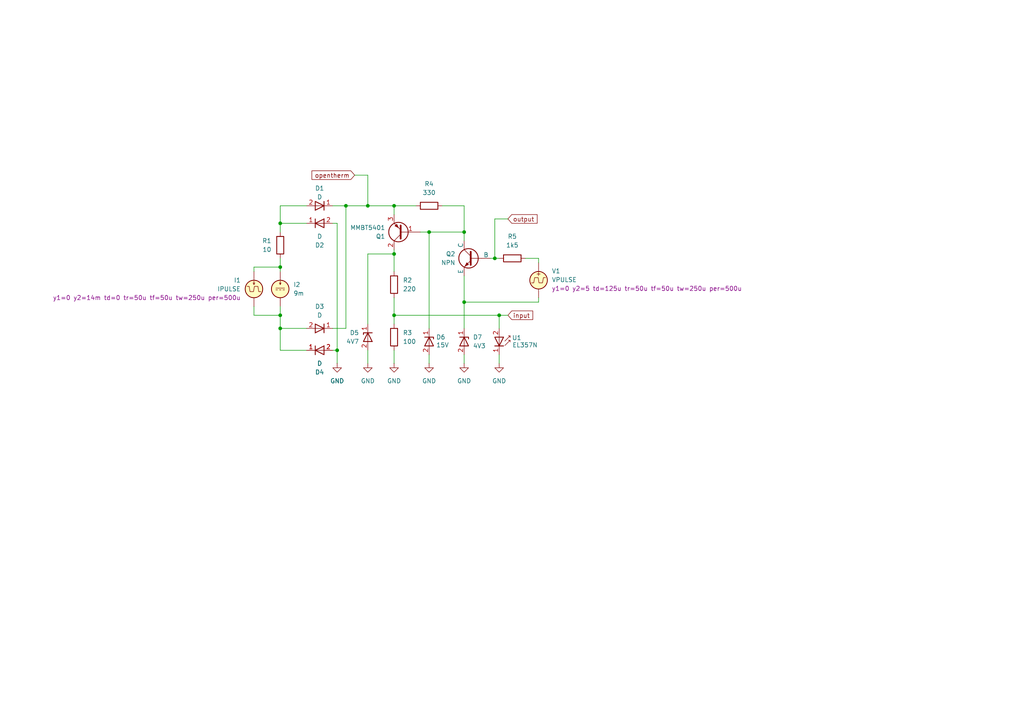
<source format=kicad_sch>
(kicad_sch (version 20231120) (generator "eeschema") (generator_version "8.0")
  (paper "A4")
  (lib_symbols
    (symbol "D_Zener_1" (pin_names (offset 1.016) hide)
      (property "Reference" "D" (at 0 2.54 0))
      (property "Value" "D_Zener" (at 0 -2.54 0))
      (symbol "D_Zener_1_0_1"
        (polyline (pts (xy 1.27 0) (xy -1.27 0)))
        (polyline (pts (xy -1.27 -1.27) (xy -1.27 1.27) (xy -0.762 1.27)) (stroke (width 0.254)))
        (polyline (pts (xy 1.27 -1.27) (xy 1.27 1.27) (xy -1.27 0) (xy 1.27 -1.27)) (stroke (width 0.254)))
      )
      (symbol "D_Zener_1_1_1"
        (pin passive line (at -3.81 0 0) (length 2.54) (name "K") (number "1"))
        (pin passive line (at 3.81 0 180) (length 2.54) (name "A") (number "2"))
      )
    )
    (symbol "Device:D_Zener" (pin_names (offset 1.016) hide)
      (property "Reference" "D" (at 0 2.54 0))
      (property "Value" "D_Zener" (at 0 -2.54 0))
      (symbol "D_Zener_0_1"
        (polyline (pts (xy 1.27 0) (xy -1.27 0)))
        (polyline (pts (xy -1.27 -1.27) (xy -1.27 1.27) (xy -0.762 1.27)) (stroke (width 0.254)))
        (polyline (pts (xy 1.27 -1.27) (xy 1.27 1.27) (xy -1.27 0) (xy 1.27 -1.27)) (stroke (width 0.254)))
      )
      (symbol "D_Zener_1_1"
        (pin passive line (at -3.81 0 0) (length 2.54) (name "K") (number "1"))
        (pin passive line (at 3.81 0 180) (length 2.54) (name "A") (number "2"))
      )
    )
    (symbol "Device:Q_PNP_BCE" (pin_names (offset 0) hide)
      (property "Reference" "Q" (at 5.08 1.27 0))
      (property "Value" "Q_PNP_BCE" (at 5.08 -1.27 0))
      (symbol "Q_PNP_BCE_0_1"
        (polyline (pts (xy 0.635 0.635) (xy 2.54 2.54)))
        (polyline (pts (xy 0.635 -0.635) (xy 2.54 -2.54) (xy 2.54 -2.54)))
        (polyline (pts (xy 0.635 1.905) (xy 0.635 -1.905) (xy 0.635 -1.905)) (stroke (width 0.508)))
        (polyline (pts (xy 2.286 -1.778) (xy 1.778 -2.286) (xy 1.27 -1.27) (xy 2.286 -1.778) (xy 2.286 -1.778)) (fill (type outline)))
        (circle (center 1.27 0) (radius 2.8194) (stroke (width 0.254)))
      )
      (symbol "Q_PNP_BCE_1_1"
        (pin input line (at -5.08 0 0) (length 5.715) (name "B") (number "1"))
        (pin passive line (at 2.54 5.08 270) (length 2.54) (name "C") (number "2"))
        (pin passive line (at 2.54 -5.08 90) (length 2.54) (name "E") (number "3"))
      )
    )
    (symbol "Device:R" (pin_numbers hide) (pin_names (offset 0))
      (property "Reference" "R" (at 2.032 0 90))
      (property "Value" "R" (at 0 0 90))
      (symbol "R_0_1"
        (rectangle (start -1.016 -2.54) (end 1.016 2.54) (stroke (width 0.254)))
      )
      (symbol "R_1_1"
        (pin passive line (at 0 3.81 270) (length 1.27) (name "~") (number "1"))
        (pin passive line (at 0 -3.81 90) (length 1.27) (name "~") (number "2"))
      )
    )
    (symbol "LED:SFH480" (pin_names (offset 1.016) hide)
      (property "Reference" "D" (at 0.508 1.778 0))
      (property "Value" "SFH480" (at -1.016 -2.794 0))
      (symbol "SFH480_0_1"
        (polyline (pts (xy -2.54 1.27) (xy -2.54 -1.27)) (stroke (width 0.254)))
        (polyline (pts (xy 0 0) (xy -2.54 0)))
        (polyline (pts (xy 0.381 3.175) (xy -0.127 3.175)))
        (polyline (pts (xy -1.143 1.651) (xy 0.381 3.175) (xy 0.381 2.667)))
        (polyline (pts (xy 0 1.27) (xy 0 -1.27) (xy -2.54 0) (xy 0 1.27)) (stroke (width 0.254)))
        (polyline (pts (xy -2.413 1.651) (xy -0.889 3.175) (xy -0.889 2.667) (xy -0.889 3.175) (xy -1.397 3.175)))
      )
      (symbol "SFH480_1_1"
        (pin passive line (at -5.08 0 0) (length 2.54) (name "K") (number "1"))
        (pin passive line (at 2.54 0 180) (length 2.54) (name "A") (number "2"))
      )
    )
    (symbol "Simulation_SPICE:D" (pin_names (offset 1.016) hide)
      (property "Reference" "D" (at 0 2.54 0))
      (property "Value" "D" (at 0 -2.54 0))
      (symbol "D_0_1"
        (polyline (pts (xy -1.27 1.27) (xy -1.27 -1.27)) (stroke (width 0.254)))
        (polyline (pts (xy 1.27 0) (xy -1.27 0)))
        (polyline (pts (xy 1.27 1.27) (xy 1.27 -1.27) (xy -1.27 0) (xy 1.27 1.27)) (stroke (width 0.254)))
      )
      (symbol "D_1_1"
        (pin passive line (at -3.81 0 0) (length 2.54) (name "K") (number "1"))
        (pin passive line (at 3.81 0 180) (length 2.54) (name "A") (number "2"))
      )
    )
    (symbol "Simulation_SPICE:IDC" (pin_numbers hide) (pin_names (offset 0.0254))
      (property "Reference" "I" (at 2.54 2.54 0))
      (property "Value" "1" (at 2.54 0 0))
      (symbol "IDC_0_0"
        (polyline (pts (xy -1.27 0.254) (xy 1.27 0.254)))
        (polyline (pts (xy -0.762 -0.254) (xy -1.27 -0.254)))
        (polyline (pts (xy 0.254 -0.254) (xy -0.254 -0.254)))
        (polyline (pts (xy 1.27 -0.254) (xy 0.762 -0.254)))
      )
      (symbol "IDC_0_1"
        (polyline (pts (xy 0 1.27) (xy 0 2.286)))
        (polyline (pts (xy -0.254 1.778) (xy 0 1.27) (xy 0.254 1.778)))
        (circle (center 0 0) (radius 2.54) (stroke (width 0.254)) (fill (type background)))
      )
      (symbol "IDC_1_1"
        (pin passive line (at 0 5.08 270) (length 2.54) (name "~") (number "1"))
        (pin passive line (at 0 -5.08 90) (length 2.54) (name "~") (number "2"))
      )
    )
    (symbol "Simulation_SPICE:IPULSE" (pin_numbers hide) (pin_names (offset 0.0254))
      (property "Reference" "I" (at 2.54 2.54 0))
      (property "Value" "IPULSE" (at 2.54 0 0))
      (property "Sim.Params" "y1=0 y2=1 td=2n tr=2n tf=2n tw=50n per=100n" (at 2.54 -2.54 0))
      (symbol "IPULSE_0_0"
        (polyline (pts (xy -2.032 -0.762) (xy -1.397 -0.762) (xy -1.143 0.762) (xy -0.127 0.762) (xy 0.127 -0.762) (xy 1.143 -0.762) (xy 1.397 0.762) (xy 2.032 0.762)))
      )
      (symbol "IPULSE_0_1"
        (polyline (pts (xy 0 1.27) (xy 0 2.286)))
        (polyline (pts (xy -0.254 1.778) (xy 0 1.27) (xy 0.254 1.778)))
        (circle (center 0 0) (radius 2.54) (stroke (width 0.254)) (fill (type background)))
      )
      (symbol "IPULSE_1_1"
        (pin passive line (at 0 5.08 270) (length 2.54) (name "~") (number "1"))
        (pin passive line (at 0 -5.08 90) (length 2.54) (name "~") (number "2"))
      )
    )
    (symbol "Simulation_SPICE:NPN" (pin_numbers hide) (pin_names (offset 0))
      (property "Reference" "Q" (at -2.54 7.62 0))
      (property "Value" "NPN" (at -2.54 5.08 0))
      (symbol "NPN_0_1"
        (polyline (pts (xy -2.54 0) (xy 0.635 0)) (stroke (width 0.1524)))
        (polyline (pts (xy 0.635 0.635) (xy 2.54 2.54)))
        (polyline (pts (xy 2.794 -1.27) (xy 2.794 -1.27)) (stroke (width 0.1524)))
        (polyline (pts (xy 2.794 -1.27) (xy 2.794 -1.27)) (stroke (width 0.1524)))
        (polyline (pts (xy 0.635 -0.635) (xy 2.54 -2.54) (xy 2.54 -2.54)))
        (polyline (pts (xy 0.635 1.905) (xy 0.635 -1.905) (xy 0.635 -1.905)) (stroke (width 0.508)))
        (polyline (pts (xy 1.27 -1.778) (xy 1.778 -1.27) (xy 2.286 -2.286) (xy 1.27 -1.778) (xy 1.27 -1.778)) (fill (type outline)))
        (circle (center 1.27 0) (radius 2.8194) (stroke (width 0.254)))
      )
      (symbol "NPN_1_1"
        (pin open_collector line (at 2.54 5.08 270) (length 2.54) (name "C") (number "1"))
        (pin input line (at -5.08 0 0) (length 2.54) (name "B") (number "2"))
        (pin open_emitter line (at 2.54 -5.08 90) (length 2.54) (name "E") (number "3"))
      )
    )
    (symbol "Simulation_SPICE:VPULSE" (pin_numbers hide) (pin_names (offset 0.0254))
      (property "Reference" "V" (at 2.54 2.54 0))
      (property "Value" "VPULSE" (at 2.54 0 0))
      (property "Sim.Params" "y1=0 y2=1 td=2n tr=2n tf=2n tw=50n per=100n" (at 2.54 -2.54 0))
      (symbol "VPULSE_0_0"
        (polyline (pts (xy -2.032 -0.762) (xy -1.397 -0.762) (xy -1.143 0.762) (xy -0.127 0.762) (xy 0.127 -0.762) (xy 1.143 -0.762) (xy 1.397 0.762) (xy 2.032 0.762)))
        (text "+" (at 0 1.905 0) (effects (font (size 1.27 1.27))))
      )
      (symbol "VPULSE_0_1"
        (circle (center 0 0) (radius 2.54) (stroke (width 0.254)) (fill (type background)))
      )
      (symbol "VPULSE_1_1"
        (pin passive line (at 0 5.08 270) (length 2.54) (name "~") (number "1"))
        (pin passive line (at 0 -5.08 90) (length 2.54) (name "~") (number "2"))
      )
    )
    (symbol "power:GND" (power) (pin_numbers hide) (pin_names (offset 0) hide)
      (property "Value" "GND" (at 0 -3.81 0))
      (symbol "GND_0_1"
        (polyline (pts (xy 0 0) (xy 0 -1.27) (xy 1.27 -1.27) (xy 0 -2.54) (xy -1.27 -1.27) (xy 0 -1.27)))
      )
      (symbol "GND_1_1"
        (pin power_in line (at 0 0 270) (length 0) (name "~") (number "1"))
      )
    )
  )
  (junction (at 114.3 73.66))
  (junction (at 81.28 77.47))
  (junction (at 81.28 64.77))
  (junction (at 97.79 101.6))
  (junction (at 100.33 59.69))
  (junction (at 114.3 59.69))
  (junction (at 124.46 67.31))
  (junction (at 81.28 91.44))
  (junction (at 114.3 91.44))
  (junction (at 106.68 59.69))
  (junction (at 134.62 67.31))
  (junction (at 144.78 91.44))
  (junction (at 134.62 87.63))
  (junction (at 81.28 95.25))
  (junction (at 143.51 74.93))
  (wire (pts (xy 156.21 87.63) (xy 156.21 86.36)))
  (wire (pts (xy 106.68 101.6) (xy 106.68 105.41)))
  (wire (pts (xy 114.3 86.36) (xy 114.3 91.44)))
  (wire (pts (xy 144.78 91.44) (xy 144.78 95.25)))
  (wire (pts (xy 81.28 95.25) (xy 81.28 91.44)))
  (wire (pts (xy 156.21 74.93) (xy 156.21 76.2)))
  (wire (pts (xy 147.32 63.5) (xy 143.51 63.5)))
  (wire (pts (xy 81.28 74.93) (xy 81.28 77.47)))
  (wire (pts (xy 114.3 72.39) (xy 114.3 73.66)))
  (wire (pts (xy 97.79 101.6) (xy 97.79 64.77)))
  (wire (pts (xy 142.24 74.93) (xy 143.51 74.93)))
  (wire (pts (xy 114.3 59.69) (xy 114.3 62.23)))
  (wire (pts (xy 114.3 91.44) (xy 114.3 93.98)))
  (wire (pts (xy 81.28 59.69) (xy 88.9 59.69)))
  (wire (pts (xy 96.52 59.69) (xy 100.33 59.69)))
  (wire (pts (xy 81.28 101.6) (xy 81.28 95.25)))
  (wire (pts (xy 106.68 50.8) (xy 106.68 59.69)))
  (wire (pts (xy 144.78 91.44) (xy 147.32 91.44)))
  (wire (pts (xy 97.79 64.77) (xy 96.52 64.77)))
  (wire (pts (xy 114.3 101.6) (xy 114.3 105.41)))
  (wire (pts (xy 144.78 102.87) (xy 144.78 105.41)))
  (wire (pts (xy 100.33 59.69) (xy 100.33 95.25)))
  (wire (pts (xy 143.51 74.93) (xy 144.78 74.93)))
  (wire (pts (xy 134.62 102.87) (xy 134.62 105.41)))
  (wire (pts (xy 114.3 59.69) (xy 120.65 59.69)))
  (wire (pts (xy 134.62 67.31) (xy 134.62 59.69)))
  (wire (pts (xy 134.62 80.01) (xy 134.62 87.63)))
  (wire (pts (xy 81.28 95.25) (xy 88.9 95.25)))
  (wire (pts (xy 114.3 73.66) (xy 106.68 73.66)))
  (wire (pts (xy 81.28 64.77) (xy 81.28 67.31)))
  (wire (pts (xy 81.28 59.69) (xy 81.28 64.77)))
  (wire (pts (xy 73.66 77.47) (xy 81.28 77.47)))
  (wire (pts (xy 143.51 63.5) (xy 143.51 74.93)))
  (wire (pts (xy 88.9 101.6) (xy 81.28 101.6)))
  (wire (pts (xy 96.52 95.25) (xy 100.33 95.25)))
  (wire (pts (xy 134.62 87.63) (xy 156.21 87.63)))
  (wire (pts (xy 114.3 73.66) (xy 114.3 78.74)))
  (wire (pts (xy 124.46 102.87) (xy 124.46 105.41)))
  (wire (pts (xy 97.79 105.41) (xy 97.79 101.6)))
  (wire (pts (xy 81.28 77.47) (xy 81.28 78.74)))
  (wire (pts (xy 134.62 67.31) (xy 134.62 69.85)))
  (wire (pts (xy 81.28 91.44) (xy 81.28 88.9)))
  (wire (pts (xy 73.66 88.9) (xy 73.66 91.44)))
  (wire (pts (xy 124.46 67.31) (xy 134.62 67.31)))
  (wire (pts (xy 128.27 59.69) (xy 134.62 59.69)))
  (wire (pts (xy 96.52 101.6) (xy 97.79 101.6)))
  (wire (pts (xy 134.62 87.63) (xy 134.62 95.25)))
  (wire (pts (xy 102.87 50.8) (xy 106.68 50.8)))
  (wire (pts (xy 106.68 73.66) (xy 106.68 93.98)))
  (wire (pts (xy 124.46 67.31) (xy 124.46 95.25)))
  (wire (pts (xy 73.66 91.44) (xy 81.28 91.44)))
  (wire (pts (xy 156.21 74.93) (xy 152.4 74.93)))
  (wire (pts (xy 106.68 59.69) (xy 114.3 59.69)))
  (wire (pts (xy 73.66 78.74) (xy 73.66 77.47)))
  (wire (pts (xy 114.3 91.44) (xy 144.78 91.44)))
  (wire (pts (xy 121.92 67.31) (xy 124.46 67.31)))
  (wire (pts (xy 81.28 64.77) (xy 88.9 64.77)))
  (wire (pts (xy 100.33 59.69) (xy 106.68 59.69)))
  (global_label "opentherm" (shape input) (at 102.87 50.8 180) (property "Intersheetrefs" "${INTERSHEET_REFS}" (effects (hide yes))))
  (global_label "output" (shape input) (at 147.32 63.5 0) (property "Intersheetrefs" "${INTERSHEET_REFS}" (effects (hide yes))))
  (global_label "input" (shape input) (at 147.32 91.44 0) (property "Intersheetrefs" "${INTERSHEET_REFS}" (effects (hide yes))))
  (symbol (lib_id "Simulation_SPICE:VPULSE") (at 156.21 81.28 0) (unit 1)
    (property "Reference" "V1" (at 160.02 78.6101 0) (effects (justify left)))
    (property "Value" "VPULSE" (at 160.02 81.1501 0) (effects (justify left)))
    (property "Datasheet" "https://ngspice.sourceforge.io/docs/ngspice-html-manual/manual.xhtml#sec_Independent_Sources_for" (effects (hide yes)))
    (property "Description" "Voltage source, pulse" (effects (hide yes)))
    (property "Sim.Pins" "1=+ 2=-" (effects (hide yes)))
    (property "Sim.Type" "PULSE" (effects (hide yes)))
    (property "Sim.Device" "V" (effects (hide yes)))
    (property "Sim.Params" "y1=0 y2=5 td=125u tr=50u tf=50u tw=250u per=500u" (at 160.02 83.6901 0) (effects (justify left)))
  )
  (symbol (lib_id "power:GND") (at 124.46 105.41 0) (unit 1)
    (property "Reference" "#PWR05" (effects (hide yes)))
    (property "Value" "GND" (at 124.46 110.49 0))
    (property "Description" "Power symbol creates a global label with name \"GND\" , ground" (effects (hide yes)))
  )
  (symbol (lib_name "D_Zener_1") (lib_id "Device:D_Zener") (at 134.62 99.06 270) (unit 1)
    (property "Reference" "D7" (at 137.16 97.7899 90) (effects (justify left)))
    (property "Value" "4V3" (at 137.16 100.3299 90) (effects (justify left)))
    (property "Description" "Zener diode" (effects (hide yes)))
    (property "Sim.Device" "D" (effects (hide yes)))
    (property "Sim.Pins" "1=K 2=A" (effects (hide yes)))
    (property "Sim.Params" "bv=4.3" (effects (hide yes)))
  )
  (symbol (lib_id "Simulation_SPICE:D") (at 92.71 95.25 180) (unit 1)
    (property "Reference" "D3" (at 92.71 88.9 0))
    (property "Value" "D" (at 92.71 91.44 0))
    (property "Datasheet" "https://ngspice.sourceforge.io/docs/ngspice-html-manual/manual.xhtml#cha_DIODEs" (effects (hide yes)))
    (property "Description" "Diode for simulation or PCB" (effects (hide yes)))
    (property "Sim.Device" "D" (effects (hide yes)))
    (property "Sim.Pins" "1=K 2=A" (effects (hide yes)))
    (property "Sim.Params" "rs=50m cjo=10p" (effects (hide yes)))
  )
  (symbol (lib_id "Simulation_SPICE:D") (at 92.71 59.69 180) (unit 1)
    (property "Reference" "D1" (at 92.71 54.61 0))
    (property "Value" "D" (at 92.71 57.15 0))
    (property "Datasheet" "https://ngspice.sourceforge.io/docs/ngspice-html-manual/manual.xhtml#cha_DIODEs" (effects (hide yes)))
    (property "Description" "Diode for simulation or PCB" (effects (hide yes)))
    (property "Sim.Device" "D" (effects (hide yes)))
    (property "Sim.Pins" "1=K 2=A" (effects (hide yes)))
    (property "Sim.Params" "rs=50m cjo=10p" (effects (hide yes)))
  )
  (symbol (lib_id "Device:R") (at 81.28 71.12 0) (mirror y) (unit 1)
    (property "Reference" "R1" (at 78.74 69.8499 0) (effects (justify left)))
    (property "Value" "10" (at 78.74 72.3899 0) (effects (justify left)))
    (property "Description" "Resistor" (effects (hide yes)))
  )
  (symbol (lib_name "D_Zener_1") (lib_id "Device:D_Zener") (at 124.46 99.06 270) (unit 1)
    (property "Reference" "D6" (at 126.492 97.79 90) (effects (justify left)))
    (property "Value" "15V" (at 126.492 100.076 90) (effects (justify left)))
    (property "Description" "Zener diode" (effects (hide yes)))
    (property "Sim.Device" "D" (effects (hide yes)))
    (property "Sim.Pins" "1=K 2=A" (effects (hide yes)))
    (property "Sim.Params" "bv=15" (effects (hide yes)))
  )
  (symbol (lib_id "Device:R") (at 148.59 74.93 270) (unit 1)
    (property "Reference" "R5" (at 148.59 68.58 90))
    (property "Value" "1k5" (at 148.59 71.12 90))
    (property "Description" "Resistor" (effects (hide yes)))
  )
  (symbol (lib_id "power:GND") (at 97.79 105.41 0) (unit 1)
    (property "Reference" "#PWR02" (effects (hide yes)))
    (property "Value" "GND" (at 97.79 110.49 0))
    (property "Description" "Power symbol creates a global label with name \"GND\" , ground" (effects (hide yes)))
  )
  (symbol (lib_id "Device:R") (at 124.46 59.69 270) (unit 1)
    (property "Reference" "R4" (at 124.46 53.34 90))
    (property "Value" "330" (at 124.46 55.88 90))
    (property "Description" "Resistor" (effects (hide yes)))
  )
  (symbol (lib_id "LED:SFH480") (at 144.78 97.79 270) (mirror x) (unit 1)
    (property "Reference" "U1" (at 151.2592 97.9769 90) (effects (justify right)))
    (property "Value" "EL357N" (at 155.956 100.076 90) (effects (justify right)))
    (property "Footprint" "Package_TO_SOT_THT:TO-18-2_Window" (effects (hide yes)))
    (property "Datasheet" "http://www.osram-os.com/Graphics/XPic1/00083613_0.pdf" (effects (hide yes)))
    (property "Description" "GaAlAs Infrared LED (880 nm), TO-18 package" (effects (hide yes)))
    (property "Sim.Device" "D" (effects (hide yes)))
    (property "Sim.Pins" "1=K 2=A" (effects (hide yes)))
    (property "Sim.Params" "m=0.5 is=1e-12 rs=10 n=1.8 tt=0 cjo=5p vj=0.7 eg=1.8 bv=6 ibv=10u" (effects (hide yes)))
  )
  (symbol (lib_id "Simulation_SPICE:D") (at 92.71 64.77 0) (unit 1)
    (property "Reference" "D2" (at 92.71 71.12 0))
    (property "Value" "D" (at 92.71 68.58 0))
    (property "Datasheet" "https://ngspice.sourceforge.io/docs/ngspice-html-manual/manual.xhtml#cha_DIODEs" (effects (hide yes)))
    (property "Description" "Diode for simulation or PCB" (effects (hide yes)))
    (property "Sim.Device" "D" (effects (hide yes)))
    (property "Sim.Pins" "1=K 2=A" (effects (hide yes)))
    (property "Sim.Params" "rs=50m cjo=10p" (effects (hide yes)))
  )
  (symbol (lib_id "power:GND") (at 134.62 105.41 0) (unit 1)
    (property "Reference" "#PWR06" (effects (hide yes)))
    (property "Value" "GND" (at 134.62 110.49 0))
    (property "Description" "Power symbol creates a global label with name \"GND\" , ground" (effects (hide yes)))
  )
  (symbol (lib_id "power:GND") (at 114.3 105.41 0) (unit 1)
    (property "Reference" "#PWR04" (effects (hide yes)))
    (property "Value" "GND" (at 114.3 110.49 0))
    (property "Description" "Power symbol creates a global label with name \"GND\" , ground" (effects (hide yes)))
  )
  (symbol (lib_id "Simulation_SPICE:D") (at 92.71 101.6 0) (unit 1)
    (property "Reference" "D4" (at 92.71 107.95 0))
    (property "Value" "D" (at 92.71 105.41 0))
    (property "Datasheet" "https://ngspice.sourceforge.io/docs/ngspice-html-manual/manual.xhtml#cha_DIODEs" (effects (hide yes)))
    (property "Description" "Diode for simulation or PCB" (effects (hide yes)))
    (property "Sim.Device" "D" (effects (hide yes)))
    (property "Sim.Pins" "1=K 2=A" (effects (hide yes)))
    (property "Sim.Params" "rs=50m cjo=10p" (effects (hide yes)))
  )
  (symbol (lib_id "Device:R") (at 114.3 82.55 0) (unit 1)
    (property "Reference" "R2" (at 116.84 81.2799 0) (effects (justify left)))
    (property "Value" "220" (at 116.84 83.8199 0) (effects (justify left)))
    (property "Description" "Resistor" (effects (hide yes)))
  )
  (symbol (lib_id "Simulation_SPICE:IPULSE") (at 73.66 83.82 0) (mirror y) (unit 1)
    (property "Reference" "I1" (at 69.85 81.2799 0) (effects (justify left)))
    (property "Value" "IPULSE" (at 69.85 83.8199 0) (effects (justify left)))
    (property "Datasheet" "https://ngspice.sourceforge.io/docs/ngspice-html-manual/manual.xhtml#sec_Independent_Sources_for" (effects (hide yes)))
    (property "Description" "Current source, pulse" (effects (hide yes)))
    (property "Sim.Pins" "1=+ 2=-" (effects (hide yes)))
    (property "Sim.Device" "I" (effects (hide yes)))
    (property "Sim.Type" "PULSE" (effects (hide yes)))
    (property "Sim.Params" "y1=0 y2=14m td=0 tr=50u tf=50u tw=250u per=500u" (at 69.85 86.3599 0) (effects (justify left)))
  )
  (symbol (lib_id "Simulation_SPICE:IDC") (at 81.28 83.82 0) (unit 1)
    (property "Reference" "I2" (at 85.09 82.5499 0) (effects (justify left)))
    (property "Value" "9m" (at 85.09 85.0899 0) (effects (justify left)))
    (property "Datasheet" "https://ngspice.sourceforge.io/docs/ngspice-html-manual/manual.xhtml#sec_Independent_Sources_for" (effects (hide yes)))
    (property "Description" "Current source, DC" (effects (hide yes)))
    (property "Sim.Pins" "1=+ 2=-" (effects (hide yes)))
    (property "Sim.Type" "DC" (effects (hide yes)))
    (property "Sim.Device" "I" (effects (hide yes)))
  )
  (symbol (lib_id "power:GND") (at 144.78 105.41 0) (unit 1)
    (property "Reference" "#PWR07" (effects (hide yes)))
    (property "Value" "GND" (at 144.78 110.49 0))
    (property "Description" "Power symbol creates a global label with name \"GND\" , ground" (effects (hide yes)))
  )
  (symbol (lib_id "Device:Q_PNP_BCE") (at 116.84 67.31 180) (unit 1)
    (property "Reference" "Q1" (at 111.76 68.5801 0) (effects (justify left)))
    (property "Value" "MMBT5401" (at 111.76 66.0401 0) (effects (justify left)))
    (property "Description" "PNP transistor, base/collector/emitter" (effects (hide yes)))
    (property "Sim.Device" "PNP" (effects (hide yes)))
    (property "Sim.Type" "GUMMELPOON" (effects (hide yes)))
    (property "Sim.Pins" "1=B 2=C 3=E" (effects (hide yes)))
    (property "Sim.Params" "is=6.734e-14 bf=220 nf=1 vaf=60 ikf=0.1 br=8 nr=1 var=8 ikr=0.03 isc=1e-13 nc=2 rb=10 re=0.3 rc=0.3 cje=24p vje=0.75 mje=0.33 tf=200p xtf=2 vtf=2 itf=0.02 ptf=0 cjc=12p vjc=0.5 mjc=0.5 xcjc=0.5 tr=200n cjs=0 vjs=0.75 mjs=0.5" (effects (hide yes)))
  )
  (symbol (lib_id "Simulation_SPICE:NPN") (at 137.16 74.93 0) (mirror y) (unit 1)
    (property "Reference" "Q2" (at 132.08 73.6599 0) (effects (justify left)))
    (property "Value" "NPN" (at 132.08 76.1999 0) (effects (justify left)))
    (property "Datasheet" "https://ngspice.sourceforge.io/docs/ngspice-html-manual/manual.xhtml#cha_BJTs" (effects (hide yes)))
    (property "Description" "Bipolar transistor symbol for simulation only, substrate tied to the emitter" (effects (hide yes)))
    (property "Sim.Device" "NPN" (effects (hide yes)))
    (property "Sim.Type" "GUMMELPOON" (effects (hide yes)))
    (property "Sim.Pins" "1=C 2=B 3=E" (effects (hide yes)))
  )
  (symbol (lib_id "power:GND") (at 106.68 105.41 0) (unit 1)
    (property "Reference" "#PWR03" (effects (hide yes)))
    (property "Value" "GND" (at 106.68 110.49 0))
    (property "Description" "Power symbol creates a global label with name \"GND\" , ground" (effects (hide yes)))
  )
  (symbol (lib_id "Device:D_Zener") (at 106.68 97.79 90) (mirror x) (unit 1)
    (property "Reference" "D5" (at 104.14 96.5199 90) (effects (justify left)))
    (property "Value" "4V7" (at 104.14 99.0599 90) (effects (justify left)))
    (property "Description" "Zener diode" (effects (hide yes)))
    (property "Sim.Device" "D" (effects (hide yes)))
    (property "Sim.Pins" "1=K 2=A" (effects (hide yes)))
    (property "Sim.Params" "bv=4.7" (effects (hide yes)))
  )
  (symbol (lib_id "Device:R") (at 114.3 97.79 0) (unit 1)
    (property "Reference" "R3" (at 116.84 96.5199 0) (effects (justify left)))
    (property "Value" "100" (at 116.84 99.0599 0) (effects (justify left)))
    (property "Description" "Resistor" (effects (hide yes)))
  )
)
</source>
